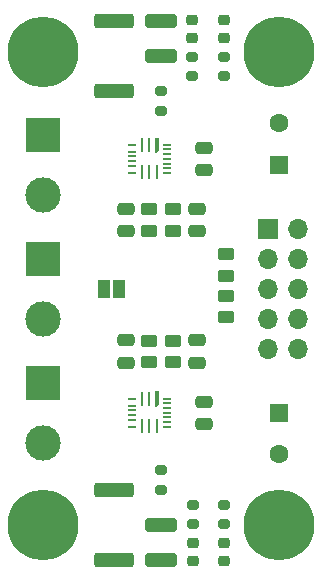
<source format=gbr>
%TF.GenerationSoftware,KiCad,Pcbnew,(6.0.0-rc1-124-g18b4ebcc17)*%
%TF.CreationDate,2021-11-27T01:21:43+01:00*%
%TF.ProjectId,2HBR_NG,32484252-5f4e-4472-9e6b-696361645f70,1*%
%TF.SameCoordinates,Original*%
%TF.FileFunction,Soldermask,Top*%
%TF.FilePolarity,Negative*%
%FSLAX46Y46*%
G04 Gerber Fmt 4.6, Leading zero omitted, Abs format (unit mm)*
G04 Created by KiCad (PCBNEW (6.0.0-rc1-124-g18b4ebcc17)) date 2021-11-27 01:21:43*
%MOMM*%
%LPD*%
G01*
G04 APERTURE LIST*
G04 Aperture macros list*
%AMRoundRect*
0 Rectangle with rounded corners*
0 $1 Rounding radius*
0 $2 $3 $4 $5 $6 $7 $8 $9 X,Y pos of 4 corners*
0 Add a 4 corners polygon primitive as box body*
4,1,4,$2,$3,$4,$5,$6,$7,$8,$9,$2,$3,0*
0 Add four circle primitives for the rounded corners*
1,1,$1+$1,$2,$3*
1,1,$1+$1,$4,$5*
1,1,$1+$1,$6,$7*
1,1,$1+$1,$8,$9*
0 Add four rect primitives between the rounded corners*
20,1,$1+$1,$2,$3,$4,$5,0*
20,1,$1+$1,$4,$5,$6,$7,0*
20,1,$1+$1,$6,$7,$8,$9,0*
20,1,$1+$1,$8,$9,$2,$3,0*%
G04 Aperture macros list end*
%ADD10C,0.100000*%
%ADD11RoundRect,0.200000X0.275000X-0.200000X0.275000X0.200000X-0.275000X0.200000X-0.275000X-0.200000X0*%
%ADD12RoundRect,0.218750X-0.256250X0.218750X-0.256250X-0.218750X0.256250X-0.218750X0.256250X0.218750X0*%
%ADD13RoundRect,0.250000X-0.450000X0.262500X-0.450000X-0.262500X0.450000X-0.262500X0.450000X0.262500X0*%
%ADD14RoundRect,0.250000X-1.425000X0.362500X-1.425000X-0.362500X1.425000X-0.362500X1.425000X0.362500X0*%
%ADD15RoundRect,0.250000X0.475000X-0.250000X0.475000X0.250000X-0.475000X0.250000X-0.475000X-0.250000X0*%
%ADD16RoundRect,0.250000X-0.475000X0.250000X-0.475000X-0.250000X0.475000X-0.250000X0.475000X0.250000X0*%
%ADD17R,1.600000X1.600000*%
%ADD18C,1.600000*%
%ADD19RoundRect,0.250000X0.450000X-0.262500X0.450000X0.262500X-0.450000X0.262500X-0.450000X-0.262500X0*%
%ADD20RoundRect,0.250000X1.100000X-0.325000X1.100000X0.325000X-1.100000X0.325000X-1.100000X-0.325000X0*%
%ADD21R,0.127000X0.127000*%
%ADD22R,0.200000X1.300000*%
%ADD23R,0.700000X0.200000*%
%ADD24RoundRect,0.250000X1.425000X-0.362500X1.425000X0.362500X-1.425000X0.362500X-1.425000X-0.362500X0*%
%ADD25R,3.000000X3.000000*%
%ADD26C,3.000000*%
%ADD27C,0.800000*%
%ADD28C,6.000000*%
%ADD29RoundRect,0.250000X-1.100000X0.325000X-1.100000X-0.325000X1.100000X-0.325000X1.100000X0.325000X0*%
%ADD30RoundRect,0.200000X-0.275000X0.200000X-0.275000X-0.200000X0.275000X-0.200000X0.275000X0.200000X0*%
%ADD31R,1.700000X1.700000*%
%ADD32O,1.700000X1.700000*%
%ADD33R,1.000000X1.500000*%
%ADD34RoundRect,0.218750X0.256250X-0.218750X0.256250X0.218750X-0.256250X0.218750X-0.256250X-0.218750X0*%
G04 APERTURE END LIST*
D10*
%TO.C,U1*%
X159699999Y-68250000D02*
X159549999Y-68400000D01*
X159549999Y-68400000D02*
X159499999Y-68400000D01*
X159499999Y-68400000D02*
X159499999Y-67200000D01*
X159499999Y-67200000D02*
X159699999Y-67200000D01*
X159699999Y-67200000D02*
X159699999Y-68250000D01*
G36*
X159699999Y-68250000D02*
G01*
X159549999Y-68400000D01*
X159499999Y-68400000D01*
X159499999Y-67200000D01*
X159699999Y-67200000D01*
X159699999Y-68250000D01*
G37*
X159699999Y-68250000D02*
X159549999Y-68400000D01*
X159499999Y-68400000D01*
X159499999Y-67200000D01*
X159699999Y-67200000D01*
X159699999Y-68250000D01*
%TO.C,U2*%
X159699999Y-89750000D02*
X159549999Y-89900000D01*
X159549999Y-89900000D02*
X159499999Y-89900000D01*
X159499999Y-89900000D02*
X159499999Y-88700000D01*
X159499999Y-88700000D02*
X159699999Y-88700000D01*
X159699999Y-88700000D02*
X159699999Y-89750000D01*
G36*
X159699999Y-89750000D02*
G01*
X159549999Y-89900000D01*
X159499999Y-89900000D01*
X159499999Y-88700000D01*
X159699999Y-88700000D01*
X159699999Y-89750000D01*
G37*
X159699999Y-89750000D02*
X159549999Y-89900000D01*
X159499999Y-89900000D01*
X159499999Y-88700000D01*
X159699999Y-88700000D01*
X159699999Y-89750000D01*
%TD*%
D11*
%TO.C,R13*%
X160000000Y-64925000D03*
X160000000Y-63275000D03*
%TD*%
D12*
%TO.C,D4*%
X165300000Y-57212500D03*
X165300000Y-58787500D03*
%TD*%
D13*
%TO.C,R1*%
X159000000Y-73267501D03*
X159000000Y-75092501D03*
%TD*%
%TO.C,R6*%
X165500000Y-80587500D03*
X165500000Y-82412500D03*
%TD*%
D14*
%TO.C,R7*%
X156000000Y-97037500D03*
X156000000Y-102962500D03*
%TD*%
D15*
%TO.C,C4*%
X163000000Y-86250000D03*
X163000000Y-84350000D03*
%TD*%
D16*
%TO.C,C5*%
X163600000Y-68050000D03*
X163600000Y-69950000D03*
%TD*%
D17*
%TO.C,C8*%
X170000001Y-69500000D03*
D18*
X170000001Y-66000000D03*
%TD*%
D19*
%TO.C,R4*%
X161000000Y-86212500D03*
X161000000Y-84387500D03*
%TD*%
D20*
%TO.C,C10*%
X160000000Y-60275000D03*
X160000000Y-57325000D03*
%TD*%
D21*
%TO.C,U1*%
X159599999Y-67850000D03*
D22*
X159000000Y-67850000D03*
X158400001Y-67850000D03*
D23*
X157550000Y-67800000D03*
X157550000Y-68399999D03*
X157550000Y-68800001D03*
X157550000Y-69200000D03*
X157550000Y-69599999D03*
X157550000Y-70200001D03*
D22*
X158400001Y-70150000D03*
X159000000Y-70150000D03*
X159599999Y-70150000D03*
D23*
X160450000Y-70200000D03*
X160450000Y-69800001D03*
X160450000Y-69399999D03*
X160450000Y-69000000D03*
X160450000Y-68600001D03*
X160450000Y-68199999D03*
X160450000Y-67800000D03*
%TD*%
D24*
%TO.C,R8*%
X156000000Y-63262500D03*
X156000000Y-57337500D03*
%TD*%
D25*
%TO.C,J3*%
X150000000Y-87960000D03*
D26*
X150000000Y-93040000D03*
%TD*%
D25*
%TO.C,J1*%
X150000000Y-77460000D03*
D26*
X150000000Y-82540000D03*
%TD*%
D11*
%TO.C,R10*%
X162600000Y-62025000D03*
X162600000Y-60375000D03*
%TD*%
D16*
%TO.C,C3*%
X163000001Y-73230001D03*
X163000001Y-75130001D03*
%TD*%
D27*
%TO.C,H4*%
X148409010Y-98409010D03*
X150000000Y-102250000D03*
X150000000Y-97750000D03*
D28*
X150000000Y-100000000D03*
D27*
X152250000Y-100000000D03*
X151590990Y-98409010D03*
X148409010Y-101590990D03*
X147750000Y-100000000D03*
X151590990Y-101590990D03*
%TD*%
D29*
%TO.C,C7*%
X160000000Y-100025000D03*
X160000000Y-102975000D03*
%TD*%
D13*
%TO.C,R3*%
X161000000Y-73267501D03*
X161000000Y-75092501D03*
%TD*%
D16*
%TO.C,C6*%
X163600000Y-89550000D03*
X163600000Y-91450000D03*
%TD*%
D27*
%TO.C,H3*%
X148409010Y-58409010D03*
X147750000Y-60000000D03*
X152250000Y-60000000D03*
X151590990Y-58409010D03*
X150000000Y-57750000D03*
X148409010Y-61590990D03*
D28*
X150000000Y-60000000D03*
D27*
X151590990Y-61590990D03*
X150000000Y-62250000D03*
%TD*%
D12*
%TO.C,D2*%
X162600000Y-57212500D03*
X162600000Y-58787500D03*
%TD*%
D30*
%TO.C,R11*%
X165300000Y-98275000D03*
X165300000Y-99925000D03*
%TD*%
D21*
%TO.C,U2*%
X159599999Y-89350000D03*
D22*
X159000000Y-89350000D03*
X158400001Y-89350000D03*
D23*
X157550000Y-89300000D03*
X157550000Y-89899999D03*
X157550000Y-90300001D03*
X157550000Y-90700000D03*
X157550000Y-91099999D03*
X157550000Y-91700001D03*
D22*
X158400001Y-91650000D03*
X159000000Y-91650000D03*
X159599999Y-91650000D03*
D23*
X160450000Y-91700000D03*
X160450000Y-91300001D03*
X160450000Y-90899999D03*
X160450000Y-90500000D03*
X160450000Y-90100001D03*
X160450000Y-89699999D03*
X160450000Y-89300000D03*
%TD*%
D30*
%TO.C,R14*%
X160000000Y-95375000D03*
X160000000Y-97025000D03*
%TD*%
D31*
%TO.C,J4*%
X169000000Y-74925000D03*
D32*
X171540000Y-74925000D03*
X169000000Y-77465000D03*
X171540000Y-77465000D03*
X169000000Y-80005000D03*
X171540000Y-80005000D03*
X169000000Y-82545000D03*
X171540000Y-82545000D03*
X169000000Y-85085000D03*
X171540000Y-85085000D03*
%TD*%
D19*
%TO.C,R5*%
X165500000Y-78912500D03*
X165500000Y-77087500D03*
%TD*%
D11*
%TO.C,R9*%
X165300000Y-62025000D03*
X165300000Y-60375000D03*
%TD*%
D17*
%TO.C,C9*%
X170000001Y-90527350D03*
D18*
X170000001Y-94027350D03*
%TD*%
D33*
%TO.C,JP1*%
X156450000Y-80000000D03*
X155150000Y-80000000D03*
%TD*%
D28*
%TO.C,H2*%
X170000000Y-60000000D03*
D27*
X170000000Y-62250000D03*
X168409010Y-61590990D03*
X168409010Y-58409010D03*
X170000000Y-57750000D03*
X171590990Y-58409010D03*
X172250000Y-60000000D03*
X171590990Y-61590990D03*
X167750000Y-60000000D03*
%TD*%
D16*
%TO.C,C1*%
X157000000Y-73230001D03*
X157000000Y-75130001D03*
%TD*%
D25*
%TO.C,J2*%
X150000000Y-66960000D03*
D26*
X150000000Y-72040000D03*
%TD*%
D34*
%TO.C,D1*%
X162700000Y-103087500D03*
X162700000Y-101512500D03*
%TD*%
D19*
%TO.C,R2*%
X159000000Y-86212500D03*
X159000000Y-84387500D03*
%TD*%
D34*
%TO.C,D3*%
X165300000Y-103087500D03*
X165300000Y-101512500D03*
%TD*%
D15*
%TO.C,C2*%
X157000000Y-86250000D03*
X157000000Y-84350000D03*
%TD*%
D30*
%TO.C,R12*%
X162700000Y-98275000D03*
X162700000Y-99925000D03*
%TD*%
D27*
%TO.C,H1*%
X172250000Y-100000000D03*
X170000000Y-102250000D03*
X168409010Y-101590990D03*
X171590990Y-101590990D03*
X171590990Y-98409010D03*
X168409010Y-98409010D03*
X170000000Y-97750000D03*
X167750000Y-100000000D03*
D28*
X170000000Y-100000000D03*
%TD*%
M02*

</source>
